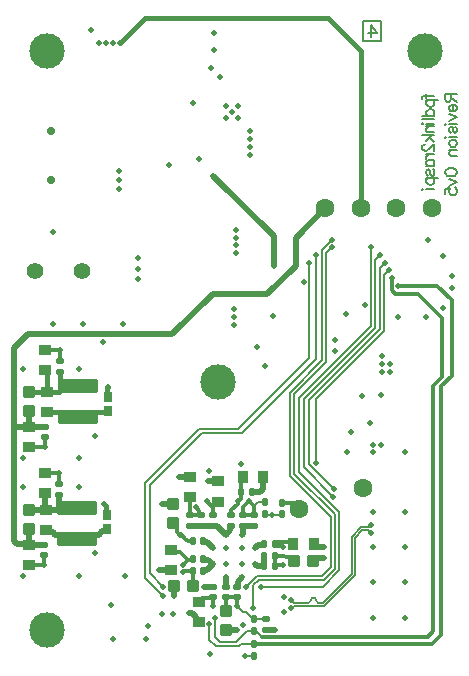
<source format=gbr>
%TF.GenerationSoftware,Altium Limited,Altium Designer,20.1.12 (249)*%
G04 Layer_Physical_Order=4*
G04 Layer_Color=16711680*
%FSLAX45Y45*%
%MOMM*%
%TF.SameCoordinates,4EE8302A-A9A8-49E0-93C5-14594FCB678D*%
%TF.FilePolarity,Positive*%
%TF.FileFunction,Copper,L4,Bot,Signal*%
%TF.Part,Single*%
G01*
G75*
%TA.AperFunction,Conductor*%
%ADD10C,0.13014*%
%TA.AperFunction,SMDPad,CuDef*%
G04:AMPARAMS|DCode=13|XSize=0.9mm|YSize=1mm|CornerRadius=0.09mm|HoleSize=0mm|Usage=FLASHONLY|Rotation=90.000|XOffset=0mm|YOffset=0mm|HoleType=Round|Shape=RoundedRectangle|*
%AMROUNDEDRECTD13*
21,1,0.90000,0.82000,0,0,90.0*
21,1,0.72000,1.00000,0,0,90.0*
1,1,0.18000,0.41000,0.36000*
1,1,0.18000,0.41000,-0.36000*
1,1,0.18000,-0.41000,-0.36000*
1,1,0.18000,-0.41000,0.36000*
%
%ADD13ROUNDEDRECTD13*%
G04:AMPARAMS|DCode=15|XSize=0.5mm|YSize=0.65mm|CornerRadius=0.05mm|HoleSize=0mm|Usage=FLASHONLY|Rotation=180.000|XOffset=0mm|YOffset=0mm|HoleType=Round|Shape=RoundedRectangle|*
%AMROUNDEDRECTD15*
21,1,0.50000,0.55000,0,0,180.0*
21,1,0.40000,0.65000,0,0,180.0*
1,1,0.10000,-0.20000,0.27500*
1,1,0.10000,0.20000,0.27500*
1,1,0.10000,0.20000,-0.27500*
1,1,0.10000,-0.20000,-0.27500*
%
%ADD15ROUNDEDRECTD15*%
G04:AMPARAMS|DCode=27|XSize=0.7mm|YSize=0.85mm|CornerRadius=0.07mm|HoleSize=0mm|Usage=FLASHONLY|Rotation=0.000|XOffset=0mm|YOffset=0mm|HoleType=Round|Shape=RoundedRectangle|*
%AMROUNDEDRECTD27*
21,1,0.70000,0.71000,0,0,0.0*
21,1,0.56000,0.85000,0,0,0.0*
1,1,0.14000,0.28000,-0.35500*
1,1,0.14000,-0.28000,-0.35500*
1,1,0.14000,-0.28000,0.35500*
1,1,0.14000,0.28000,0.35500*
%
%ADD27ROUNDEDRECTD27*%
G04:AMPARAMS|DCode=31|XSize=0.6mm|YSize=0.5mm|CornerRadius=0.05mm|HoleSize=0mm|Usage=FLASHONLY|Rotation=90.000|XOffset=0mm|YOffset=0mm|HoleType=Round|Shape=RoundedRectangle|*
%AMROUNDEDRECTD31*
21,1,0.60000,0.40000,0,0,90.0*
21,1,0.50000,0.50000,0,0,90.0*
1,1,0.10000,0.20000,0.25000*
1,1,0.10000,0.20000,-0.25000*
1,1,0.10000,-0.20000,-0.25000*
1,1,0.10000,-0.20000,0.25000*
%
%ADD31ROUNDEDRECTD31*%
G04:AMPARAMS|DCode=50|XSize=0.5mm|YSize=0.65mm|CornerRadius=0.05mm|HoleSize=0mm|Usage=FLASHONLY|Rotation=90.000|XOffset=0mm|YOffset=0mm|HoleType=Round|Shape=RoundedRectangle|*
%AMROUNDEDRECTD50*
21,1,0.50000,0.55000,0,0,90.0*
21,1,0.40000,0.65000,0,0,90.0*
1,1,0.10000,0.27500,0.20000*
1,1,0.10000,0.27500,-0.20000*
1,1,0.10000,-0.27500,-0.20000*
1,1,0.10000,-0.27500,0.20000*
%
%ADD50ROUNDEDRECTD50*%
G04:AMPARAMS|DCode=52|XSize=0.9mm|YSize=1mm|CornerRadius=0.09mm|HoleSize=0mm|Usage=FLASHONLY|Rotation=0.000|XOffset=0mm|YOffset=0mm|HoleType=Round|Shape=RoundedRectangle|*
%AMROUNDEDRECTD52*
21,1,0.90000,0.82000,0,0,0.0*
21,1,0.72000,1.00000,0,0,0.0*
1,1,0.18000,0.36000,-0.41000*
1,1,0.18000,-0.36000,-0.41000*
1,1,0.18000,-0.36000,0.41000*
1,1,0.18000,0.36000,0.41000*
%
%ADD52ROUNDEDRECTD52*%
%TA.AperFunction,Conductor*%
%ADD53C,0.40000*%
%ADD54C,0.35000*%
%TA.AperFunction,NonConductor*%
%ADD56C,0.20000*%
%TA.AperFunction,Conductor*%
%ADD57C,0.20000*%
%ADD58C,0.50000*%
%ADD59C,0.30000*%
%TA.AperFunction,ComponentPad*%
%ADD65C,1.40000*%
%ADD66C,0.70000*%
%ADD67C,1.60000*%
%TA.AperFunction,WasherPad*%
%ADD68C,3.00000*%
%TA.AperFunction,ViaPad*%
%ADD69C,0.50000*%
%TA.AperFunction,SMDPad,CuDef*%
G04:AMPARAMS|DCode=71|XSize=3.4mm|YSize=1.2mm|CornerRadius=0.12mm|HoleSize=0mm|Usage=FLASHONLY|Rotation=180.000|XOffset=0mm|YOffset=0mm|HoleType=Round|Shape=RoundedRectangle|*
%AMROUNDEDRECTD71*
21,1,3.40000,0.96000,0,0,180.0*
21,1,3.16000,1.20000,0,0,180.0*
1,1,0.24000,-1.58000,0.48000*
1,1,0.24000,1.58000,0.48000*
1,1,0.24000,1.58000,-0.48000*
1,1,0.24000,-1.58000,-0.48000*
%
%ADD71ROUNDEDRECTD71*%
G04:AMPARAMS|DCode=72|XSize=1mm|YSize=1mm|CornerRadius=0.1mm|HoleSize=0mm|Usage=FLASHONLY|Rotation=180.000|XOffset=0mm|YOffset=0mm|HoleType=Round|Shape=RoundedRectangle|*
%AMROUNDEDRECTD72*
21,1,1.00000,0.80000,0,0,180.0*
21,1,0.80000,1.00000,0,0,180.0*
1,1,0.20000,-0.40000,0.40000*
1,1,0.20000,0.40000,0.40000*
1,1,0.20000,0.40000,-0.40000*
1,1,0.20000,-0.40000,-0.40000*
%
%ADD72ROUNDEDRECTD72*%
G04:AMPARAMS|DCode=73|XSize=1mm|YSize=1mm|CornerRadius=0.1mm|HoleSize=0mm|Usage=FLASHONLY|Rotation=270.000|XOffset=0mm|YOffset=0mm|HoleType=Round|Shape=RoundedRectangle|*
%AMROUNDEDRECTD73*
21,1,1.00000,0.80000,0,0,270.0*
21,1,0.80000,1.00000,0,0,270.0*
1,1,0.20000,-0.40000,-0.40000*
1,1,0.20000,-0.40000,0.40000*
1,1,0.20000,0.40000,0.40000*
1,1,0.20000,0.40000,-0.40000*
%
%ADD73ROUNDEDRECTD73*%
%TA.AperFunction,NonConductor*%
%ADD74C,0.15000*%
D10*
X2630189Y599364D02*
G03*
X2651696Y577857I21507J0D01*
G01*
X2630189Y599366D02*
G03*
X2587175Y599366I-21507J0D01*
G01*
X2565668Y577857D02*
G03*
X2587175Y599364I0J21507D01*
G01*
X2448617Y577857D02*
X2559160D01*
X2690357D02*
X2768603Y656103D01*
X2651696Y577857D02*
X2690357D01*
X2630189Y599364D02*
Y599366D01*
X2587175Y599364D02*
Y599366D01*
X2559160Y577857D02*
X2565668D01*
X2768603Y656103D02*
X2932500Y820000D01*
X2448617Y552143D02*
X2701008D01*
X2422500Y532500D02*
X2428974D01*
X2422500Y597500D02*
X2428974D01*
X2428974Y532500D02*
X2448617Y552143D01*
X2428974Y597500D02*
X2448617Y577857D01*
X2932500Y1135000D02*
X3012857Y1215357D01*
X3075357D01*
X2932500Y820000D02*
Y1135000D01*
X3023508Y1189643D02*
X3074586D01*
X2958214Y809349D02*
Y1124349D01*
X3023508Y1189643D01*
X3075357Y1215357D02*
X3095000Y1235000D01*
X3094229Y1170000D02*
X3095000D01*
X3074586Y1189643D02*
X3094229Y1170000D01*
X2701008Y552143D02*
X2958214Y809349D01*
D13*
X357500Y2192500D02*
D03*
Y2362500D02*
D03*
X200000Y1897500D02*
D03*
Y2067500D02*
D03*
X337500Y2720000D02*
D03*
Y2550000D02*
D03*
X197500Y900000D02*
D03*
Y1070000D02*
D03*
X332500Y1675000D02*
D03*
Y1505000D02*
D03*
X347500Y1365000D02*
D03*
Y1195000D02*
D03*
X1562500Y1645000D02*
D03*
Y1475000D02*
D03*
X1400000Y857500D02*
D03*
Y1027500D02*
D03*
X1637500Y417500D02*
D03*
Y587500D02*
D03*
X1805000Y1435000D02*
D03*
Y1605000D02*
D03*
D15*
X2085000Y1515000D02*
D03*
X1995000D02*
D03*
X1677500Y847500D02*
D03*
X1587500D02*
D03*
X1677500Y1097500D02*
D03*
X1587500D02*
D03*
X1677500Y947500D02*
D03*
X1587500D02*
D03*
X2280000Y1075000D02*
D03*
X2190000D02*
D03*
X2280000Y887500D02*
D03*
X2190000D02*
D03*
X2280000Y977500D02*
D03*
X2190000D02*
D03*
D27*
X860000Y1321000D02*
D03*
Y1204000D02*
D03*
X870000Y2204000D02*
D03*
Y2321000D02*
D03*
D31*
X2342500Y1325000D02*
D03*
Y1425000D02*
D03*
X2197500Y1430000D02*
D03*
Y1330000D02*
D03*
X2102500Y440000D02*
D03*
Y340000D02*
D03*
X2102500Y130000D02*
D03*
Y230000D02*
D03*
D50*
X1562500Y1320000D02*
D03*
Y1230000D02*
D03*
X462500Y2625000D02*
D03*
Y2535000D02*
D03*
X332500Y1977500D02*
D03*
Y2067500D02*
D03*
X457500Y1582500D02*
D03*
Y1492500D02*
D03*
X330000Y980000D02*
D03*
Y1070000D02*
D03*
X2207500Y350000D02*
D03*
Y440000D02*
D03*
X1865000Y715000D02*
D03*
Y625000D02*
D03*
X2107500Y1230000D02*
D03*
Y1320000D02*
D03*
X1660000Y1230000D02*
D03*
Y1320000D02*
D03*
X1912500Y1230000D02*
D03*
Y1320000D02*
D03*
X1760000Y715000D02*
D03*
Y625000D02*
D03*
X1762500Y1320000D02*
D03*
Y1230000D02*
D03*
X1960000Y625000D02*
D03*
Y715000D02*
D03*
X2010000Y1320000D02*
D03*
Y1230000D02*
D03*
D52*
X2180000Y1640000D02*
D03*
X2010000D02*
D03*
X2440000Y1075000D02*
D03*
X2610000D02*
D03*
D53*
X859412Y2346561D02*
G03*
X870000Y2321000I10588J-10588D01*
G01*
X2732500Y5525000D02*
X3010000Y5247500D01*
Y3920000D02*
Y5247500D01*
X870000Y2321000D02*
X870000D01*
X859412Y2346561D02*
Y2394206D01*
X867500Y2402294D01*
Y2405000D01*
X357500Y2192500D02*
X858500D01*
X870000Y2204000D01*
X835000Y1409794D02*
X850000Y1394794D01*
Y1321000D02*
X850000Y1321000D01*
X850000Y1321000D02*
Y1394794D01*
X835000Y1409794D02*
Y1412500D01*
X975000Y5320000D02*
X1180000Y5525000D01*
X2732500D01*
X200000Y2362500D02*
X357500D01*
X457500D01*
X462500Y2367500D02*
Y2535000D01*
X457500Y2362500D02*
X462500Y2367500D01*
X357500Y2362500D02*
Y2530000D01*
X337500Y2550000D02*
X357500Y2530000D01*
D54*
X3271250Y3226250D02*
Y3327500D01*
X3327500Y3262500D02*
X3655000D01*
X3780000Y3137500D01*
X2342500Y1425000D02*
X2485000D01*
Y1370000D02*
Y1425000D01*
X3271250Y3226250D02*
X3302500Y3195000D01*
X3492500D01*
X3700000Y2987500D01*
X3690000Y307500D02*
Y2410325D01*
X3780000Y2500325D01*
X3700000Y2487500D02*
Y2987500D01*
X3625000Y2412500D02*
X3700000Y2487500D01*
X3780000Y2500325D02*
Y3137500D01*
X3612500Y230000D02*
X3690000Y307500D01*
X2170503Y290000D02*
X3575000D01*
X3625000Y340000D02*
Y2412500D01*
X3575000Y290000D02*
X3625000Y340000D01*
X2102500Y230000D02*
X3612500D01*
D56*
X3030000Y5507500D02*
X3177500D01*
X3030000Y5330000D02*
Y5507500D01*
Y5330000D02*
X3177500D01*
Y5507500D01*
X3095591Y5470479D02*
X3143200Y5403826D01*
X3071786D01*
X3095591Y5470479D02*
Y5370500D01*
D57*
X2527500Y1725000D02*
X2777500Y1475000D01*
X2527500Y2300000D02*
X3132500Y2905000D01*
X2527500Y1725000D02*
Y2300000D01*
X2570000Y1755211D02*
X2785136Y1540075D01*
X2570000Y1755211D02*
Y2292500D01*
X3172500Y2895000D01*
X2447500Y1667500D02*
X2790000Y1325000D01*
X2447500Y2342500D02*
X2717500Y2612500D01*
X2447500Y1667500D02*
Y2342500D01*
X2407500Y1650000D02*
Y2357500D01*
Y1650000D02*
X2755000Y1302500D01*
X2407500Y2357500D02*
X2680000Y2630000D01*
X2002500Y2015000D02*
X2627500Y2640000D01*
X1662500Y2015000D02*
X2002500D01*
X2627500Y2640000D02*
Y3522500D01*
X1222500Y1575000D02*
X1662500Y2015000D01*
X1180000Y790000D02*
Y1590000D01*
X1637500Y2047500D02*
X1972500D01*
X1180000Y1590000D02*
X1637500Y2047500D01*
X1180000Y790000D02*
X1335000Y635000D01*
X2827500Y856538D02*
Y1347500D01*
X2685962Y715000D02*
X2827500Y856538D01*
X2487500Y1687500D02*
X2827500Y1347500D01*
X2697500Y772500D02*
X2790000Y865000D01*
Y1325000D01*
X2682500Y805000D02*
X2755000Y877500D01*
Y1302500D01*
X2575000Y2650000D02*
Y3457500D01*
X1972500Y2047500D02*
X2575000Y2650000D01*
X2717500Y2612500D02*
Y3537500D01*
X3172500Y2895000D02*
Y3412500D01*
X3132500Y2905000D02*
Y3482500D01*
X2487500Y2315000D02*
X3095000Y2922500D01*
X2487500Y1687500D02*
Y2315000D01*
X3095000Y2922500D02*
Y3589681D01*
X3172500Y3412500D02*
X3217500Y3457500D01*
X3210000Y2880000D02*
Y3350331D01*
X3252169Y3392500D01*
X3132500Y3482500D02*
X3172500Y3522500D01*
X2631193Y2301193D02*
X3210000Y2880000D01*
X2680000Y2630000D02*
Y3567500D01*
X2631193Y1761193D02*
Y2301193D01*
X2262500Y1320000D02*
X2342500D01*
Y1325000D01*
X2765000Y3652500D02*
X2767500D01*
X2680000Y3567500D02*
X2765000Y3652500D01*
X2717500Y3537500D02*
X2767500Y3587500D01*
X2162500Y715000D02*
X2685962D01*
X2132500Y805000D02*
X2682500D01*
X2147500Y772500D02*
X2697500D01*
X2100000Y725000D02*
X2147500Y772500D01*
X2035000Y707500D02*
X2132500Y805000D01*
X2100000Y537500D02*
Y725000D01*
X2133002Y327500D02*
X2170503Y290000D01*
X1222500Y827500D02*
Y1575000D01*
Y827500D02*
X1335000Y715000D01*
X2207501Y1320000D02*
X2262500D01*
X2458284Y1370000D02*
X2485000D01*
X2136937Y1430000D02*
X2197500D01*
X2107500Y1400564D02*
X2136937Y1430000D01*
X2197500Y1330000D02*
X2207501Y1320000D01*
X2110000Y327500D02*
X2133002D01*
X2102500Y335000D02*
X2110000Y327500D01*
X2102500Y335000D02*
Y340000D01*
X1960000Y552500D02*
X2010001Y502500D01*
X2040000D01*
X2102500Y440000D02*
Y445000D01*
X2087500Y460000D02*
X2102500Y445000D01*
X2082500Y460000D02*
X2087500D01*
X2040000Y502500D02*
X2082500Y460000D01*
X2102500Y440000D02*
X2207500D01*
X2102500Y440000D02*
X2102500Y440000D01*
X2032500Y130000D02*
X2102500D01*
X2000000Y230000D02*
X2102500D01*
X1977500Y207500D02*
X2000000Y230000D01*
X2047500Y340000D02*
X2102500D01*
X1952500Y245000D02*
X2047500Y340000D01*
X1780000Y207500D02*
X1977500D01*
X1727584Y259916D02*
X1780000Y207500D01*
X1815000Y245000D02*
X1952500D01*
X1775085Y367238D02*
Y441942D01*
X1775084Y367238D02*
X1775085Y367238D01*
X1775084Y284916D02*
Y367238D01*
X1772441Y444586D02*
X1775085Y441942D01*
X1775084Y284916D02*
X1815000Y245000D01*
X1727584Y259916D02*
Y397519D01*
X2282500Y1067500D02*
Y1077500D01*
X2297500Y1092500D01*
X2422500D02*
X2440000Y1075000D01*
D58*
X645000Y1155000D02*
X790000D01*
X610000Y1120000D02*
X645000Y1155000D01*
X790000D02*
X821500Y1186500D01*
X850000Y1186500D02*
Y1204000D01*
X821500Y1186500D02*
X850000D01*
X850000Y1186500D01*
X367500Y1174999D02*
X405001D01*
X425000Y1155000D02*
X575000D01*
X347500Y1195000D02*
X367500Y1174999D01*
X405001D02*
X425000Y1155000D01*
X575000D02*
X610000Y1120000D01*
X2457500Y3667500D02*
X2710000Y3920000D01*
X2215000Y3190000D02*
X2457500Y3432500D01*
Y3667500D01*
X1755000Y3190000D02*
X2215000D01*
X74999Y2732499D02*
X192500Y2850000D01*
X1275000D01*
X74999Y2075000D02*
Y2732499D01*
X82499Y2067500D02*
X200000D01*
X1275000Y2850000D02*
X1345000D01*
X197500Y1070000D02*
Y1205000D01*
X195853Y1071647D02*
X197500Y1070000D01*
X103353Y1071647D02*
X195853D01*
X74999Y1100001D02*
X103353Y1071647D01*
X74999Y1100001D02*
Y2075000D01*
X82499Y2067500D01*
X1345000Y2850000D02*
X1415000D01*
X332500Y1505000D02*
X337583Y1499916D01*
Y1374916D02*
Y1499916D01*
Y1374916D02*
X347500Y1365000D01*
X442500D01*
X457500Y1380000D02*
Y1492500D01*
X442500Y1365000D02*
X457500Y1380000D01*
X197500Y1070000D02*
X330000D01*
X197500Y1070000D02*
X197500Y1070000D01*
X197500Y1365000D02*
X347500D01*
X200000Y2067500D02*
X332500D01*
X200000Y2067500D02*
X200000Y2067500D01*
X200000Y2067500D02*
Y2202500D01*
X2272500Y3424999D02*
Y3682500D01*
X1415000Y2850000D02*
X1755000Y3190000D01*
X2085000Y1515000D02*
X2152500D01*
X2628854Y958854D02*
X2696146D01*
X2630001Y1050000D02*
X2695000D01*
X2207500Y350000D02*
X2282500D01*
X1715000Y1605000D02*
X1805000D01*
X2085000Y1515000D02*
Y1515000D01*
X2180000Y1542500D02*
Y1640000D01*
X2152500Y1515000D02*
X2180000Y1542500D01*
X2141500Y1067500D02*
X2190000D01*
X1905000Y1191000D02*
Y1230000D01*
X2130432Y888568D02*
X2190000D01*
X1967500Y715000D02*
Y756500D01*
X1866500Y715000D02*
Y792500D01*
X1677500Y940000D02*
X1719000D01*
X1677500Y1090000D02*
X1706000D01*
X1677500Y855000D02*
X1706000D01*
X1632500Y417500D02*
X1637500D01*
X1612500Y437500D02*
X1632500Y417500D01*
X1612500Y437500D02*
Y458210D01*
X1583210Y487500D02*
X1612500Y458210D01*
X1552500Y487500D02*
X1583210D01*
X1427500Y632500D02*
Y722500D01*
X1865000Y345000D02*
X1960000D01*
X2610000Y1070000D02*
Y1075000D01*
Y1070000D02*
X2630001Y1050000D01*
X2605000Y935000D02*
X2628854Y958854D01*
X1305000Y857500D02*
X1400000D01*
X2190000Y888568D02*
Y977500D01*
Y887500D02*
Y888568D01*
X2115000Y904000D02*
X2130432Y888568D01*
X2190000Y1067500D02*
Y1075000D01*
X2115000Y1041000D02*
X2141500Y1067500D01*
X2010000Y1230000D02*
X2107500D01*
X2010000Y1159000D02*
Y1230000D01*
X2003500Y1152500D02*
X2010000Y1159000D01*
X1905000Y1230000D02*
X1912500D01*
X1866500Y1152500D02*
X1905000Y1191000D01*
X1762500Y1230000D02*
X1789000D01*
X1866500Y1152500D01*
X1660000Y1230000D02*
X1762500D01*
X1562500D02*
X1660000D01*
X1677500Y1090000D02*
Y1097500D01*
X1706000Y1090000D02*
X1755000Y1041000D01*
X1677500Y940000D02*
Y947500D01*
X1719000Y940000D02*
X1755000Y904000D01*
X1677500Y847500D02*
Y855000D01*
X1706000D02*
X1755000Y904000D01*
X1960000Y715000D02*
X1967500D01*
Y756500D02*
X2003500Y792500D01*
X1865000Y715000D02*
X1866500D01*
X1685000D02*
X1760000D01*
X1467500Y1645000D02*
X1562500D01*
X1327500Y1412500D02*
X1422500D01*
X1762500Y4192500D02*
X2272500Y3682500D01*
D59*
X1487465Y1157140D02*
X1524605Y1120000D01*
X457500Y1582500D02*
Y1675000D01*
X332500D02*
X457500D01*
X462500Y2625000D02*
Y2720000D01*
X462500Y2720000D02*
X462500Y2720000D01*
X337500Y2720000D02*
X462500D01*
X330000Y980000D02*
X330000Y980000D01*
X330000Y900000D02*
Y980000D01*
X197500Y900000D02*
X330000D01*
X332500Y1897500D02*
Y1977500D01*
X200000Y1897500D02*
X332500D01*
X2107500Y1320000D02*
Y1400564D01*
X1760000Y552500D02*
Y612500D01*
X1615000Y1384519D02*
X1615481D01*
X1642500Y1357500D01*
X1562500Y1320000D02*
X1657500D01*
X1652500D02*
X1657500D01*
X1642500Y1330000D02*
X1652500Y1320000D01*
X1642500Y1330000D02*
Y1357500D01*
X1510574Y834435D02*
X1523639Y847500D01*
X1502456Y834435D02*
X1510574D01*
X1502677Y899434D02*
X1544216Y940974D01*
X1523639Y847500D02*
X1587500D01*
X2280000Y977500D02*
X2357500D01*
X2373609Y961391D01*
X2418609D01*
X2440000Y940000D01*
X1422500Y1252500D02*
X1457500Y1217500D01*
Y1173237D02*
X1477825Y1152912D01*
Y1147500D02*
Y1152912D01*
X1457500Y1173237D02*
Y1217500D01*
X1400000Y1027500D02*
X1417839Y1009661D01*
X1475529D01*
X1544216Y940974D01*
X2066214Y1441850D02*
X2107500Y1400564D01*
X2010000Y1320000D02*
X2107500D01*
X2010000D02*
Y1385637D01*
X2066214Y1441850D01*
X1913284Y1363284D02*
X1967761Y1417760D01*
Y1437239D01*
X1912500Y1320000D02*
X1913284Y1320784D01*
Y1363284D01*
X1977500Y1435574D02*
X1995000Y1453074D01*
Y1615001D02*
X2010000Y1630000D01*
X1995000Y1453074D02*
Y1615001D01*
X1544216Y1100388D02*
X1584612D01*
X1587500Y1097500D01*
X1524605Y1120000D02*
X1544216Y1100388D01*
X1865000Y505000D02*
Y625000D01*
X1667500Y617500D02*
X1752500D01*
X1637500Y587500D02*
X1667500Y617500D01*
X1752500D02*
X1760000Y625000D01*
X1587500Y722500D02*
Y847500D01*
X1865000Y625000D02*
X1960000D01*
X1710000Y1435001D02*
X1756716Y1388284D01*
Y1325784D02*
Y1388284D01*
X1757500Y1387500D02*
X1770000Y1400000D01*
X1710000Y1435001D02*
Y1438084D01*
X1800000Y1435000D02*
X1805000D01*
X1770000Y1405000D02*
X1800000Y1435000D01*
X1770000Y1400000D02*
Y1405000D01*
X1562500Y1320000D02*
Y1475000D01*
X1657500Y1320000D02*
X1660000D01*
X2280000Y1067500D02*
Y1075000D01*
Y1067500D02*
X2290000Y1057500D01*
X2339588D01*
X2349588Y1047500D01*
X2355000D01*
X2297500Y1092500D02*
X2422500D01*
X2280000Y887500D02*
X2290000Y897500D01*
X2355000D01*
X2280000Y887500D02*
Y977500D01*
X1756716Y1325784D02*
X1762500Y1320000D01*
X1544216Y940974D02*
X1580974D01*
X1587500Y947500D01*
X1960000Y552500D02*
Y625000D01*
Y552500D02*
X1960000Y552500D01*
X1865000Y505000D02*
X1865000Y505001D01*
D65*
X652500Y3385000D02*
D03*
X252500D02*
D03*
D66*
X390008Y4160019D02*
D03*
Y4575004D02*
D03*
D67*
X3310000Y3920000D02*
D03*
X3010000D02*
D03*
X2710000D02*
D03*
X3610000D02*
D03*
X3032500Y1550000D02*
D03*
X2485000Y1370000D02*
D03*
D68*
X3550000Y5250000D02*
D03*
X350000D02*
D03*
X1800000Y2450000D02*
D03*
X350000Y350000D02*
D03*
D69*
X867500Y2405000D02*
D03*
X835000Y1412500D02*
D03*
X2357500Y502500D02*
D03*
Y625000D02*
D03*
X1722500Y1695000D02*
D03*
X2422500Y532500D02*
D03*
Y597500D02*
D03*
X3095000Y1235000D02*
D03*
Y1170000D02*
D03*
X1866500Y792500D02*
D03*
Y904000D02*
D03*
Y1041000D02*
D03*
Y1152500D02*
D03*
X2003500Y792500D02*
D03*
Y904000D02*
D03*
Y1041000D02*
D03*
Y1152500D02*
D03*
X1755000Y904000D02*
D03*
Y1041000D02*
D03*
X2115000Y904000D02*
D03*
Y1041000D02*
D03*
X1920000Y4732500D02*
D03*
X1970000Y4682500D02*
D03*
X1870000Y4682499D02*
D03*
X1870000Y4782499D02*
D03*
X1970000Y4782500D02*
D03*
X2075000Y4372500D02*
D03*
Y4440000D02*
D03*
Y4507500D02*
D03*
Y4575000D02*
D03*
X2777500Y1475000D02*
D03*
X1765001Y5397499D02*
D03*
X152500Y2555000D02*
D03*
X655000Y2935000D02*
D03*
X402500D02*
D03*
X827500Y2787500D02*
D03*
X1000000Y2935000D02*
D03*
X1275000Y2850000D02*
D03*
X627500Y2555000D02*
D03*
X457500Y1675000D02*
D03*
X462500Y2720000D02*
D03*
X330000Y900000D02*
D03*
X332500Y1897500D02*
D03*
X2272500Y3424999D02*
D03*
X2930000Y2021250D02*
D03*
X627500Y1807500D02*
D03*
X152500D02*
D03*
X762500Y1990000D02*
D03*
Y995000D02*
D03*
X627500Y807500D02*
D03*
X152500D02*
D03*
X627500Y1555000D02*
D03*
X152500Y1555000D02*
D03*
X1415000Y2850000D02*
D03*
X1345000D02*
D03*
X3252169Y3392500D02*
D03*
X3271250Y3327500D02*
D03*
X3327500Y3262500D02*
D03*
X3042500Y3100000D02*
D03*
X3217500Y3457500D02*
D03*
X3172500Y3522500D02*
D03*
X3095000Y3589681D02*
D03*
X2790000Y2710000D02*
D03*
X2631193Y1761193D02*
D03*
X2785136Y1540075D02*
D03*
X2152500Y1515000D02*
D03*
X2882500Y3020001D02*
D03*
X2527500Y3292500D02*
D03*
X2575000Y3457500D02*
D03*
X2767500Y3652500D02*
D03*
Y3587500D02*
D03*
X2627500Y3522500D02*
D03*
X3192500Y2665000D02*
D03*
X3257500Y2600000D02*
D03*
X3322500Y2995000D02*
D03*
X3562500D02*
D03*
X2162500Y715000D02*
D03*
X2100000Y537500D02*
D03*
X2035000Y707500D02*
D03*
X2790000Y2800000D02*
D03*
X1335000Y715000D02*
D03*
X2696146Y958854D02*
D03*
X2695000Y1050000D02*
D03*
X2262500Y1320000D02*
D03*
X3582500Y3652500D02*
D03*
X3785000Y3245000D02*
D03*
X3785000Y3345000D02*
D03*
X3710000Y3517500D02*
D03*
X3710000Y3075000D02*
D03*
X2892500Y1850000D02*
D03*
X3257500Y2535000D02*
D03*
X3192500Y2600000D02*
D03*
Y2535000D02*
D03*
X3385000Y450000D02*
D03*
Y750000D02*
D03*
X3115000Y450000D02*
D03*
X3385000Y1050000D02*
D03*
X3115000Y750000D02*
D03*
X2282500Y350000D02*
D03*
X2032500Y130000D02*
D03*
X1727584Y397519D02*
D03*
X1732500Y142500D02*
D03*
X1772441Y444586D02*
D03*
X1760000Y552500D02*
D03*
X1615000Y1384519D02*
D03*
X1997500Y1750000D02*
D03*
X1715000Y1605000D02*
D03*
X2267500Y3007500D02*
D03*
X2202500Y2585000D02*
D03*
X2127500Y2740000D02*
D03*
X1190000Y270000D02*
D03*
X1017500Y805000D02*
D03*
X897500Y562500D02*
D03*
X910000Y270000D02*
D03*
X1205000Y382500D02*
D03*
X1552500Y487500D02*
D03*
X1335000Y635000D02*
D03*
X1427500Y632500D02*
D03*
X3089999Y2097501D02*
D03*
X3180000Y1917500D02*
D03*
X3115000Y1850000D02*
D03*
Y1917500D02*
D03*
X3385000Y1850000D02*
D03*
X1502456Y834435D02*
D03*
X1502677Y899434D02*
D03*
X2010000Y390000D02*
D03*
X1960000Y345000D02*
D03*
X1327500Y480000D02*
D03*
X1477825Y1147500D02*
D03*
X1305000Y857500D02*
D03*
X1685000Y715000D02*
D03*
X1467500Y1645000D02*
D03*
X1327500Y1412500D02*
D03*
X2066214Y1441850D02*
D03*
X1967761Y1437239D02*
D03*
X3385000Y1350000D02*
D03*
X3115000D02*
D03*
Y1050000D02*
D03*
X1940000Y2997500D02*
D03*
Y2932500D02*
D03*
Y3062500D02*
D03*
X1955000Y3735000D02*
D03*
Y3670000D02*
D03*
Y3605000D02*
D03*
Y3540000D02*
D03*
X2355000Y1047500D02*
D03*
X2355000Y897500D02*
D03*
X1710000Y1438084D02*
D03*
X1960000Y552500D02*
D03*
X1814000Y5027499D02*
D03*
X1765001Y5257500D02*
D03*
X960000Y4157500D02*
D03*
Y4082500D02*
D03*
Y4232500D02*
D03*
X1127500Y3495000D02*
D03*
Y3320000D02*
D03*
X1127500Y3405000D02*
D03*
X402500Y3715000D02*
D03*
X1417500Y480000D02*
D03*
X795000Y5320000D02*
D03*
X725000Y5425000D02*
D03*
X975000Y5320000D02*
D03*
X915000D02*
D03*
X855000D02*
D03*
X3177500Y2335001D02*
D03*
X3022500Y2327501D02*
D03*
X1385000Y4287500D02*
D03*
X1640000Y4334999D02*
D03*
X1762500Y4192500D02*
D03*
X1740000Y5104999D02*
D03*
X1590000Y4810000D02*
D03*
D71*
X620000Y2412500D02*
D03*
Y2152500D02*
D03*
X610000Y1380000D02*
D03*
Y1120000D02*
D03*
D72*
X1422500Y1412500D02*
D03*
Y1252500D02*
D03*
X200000Y2362500D02*
D03*
Y2202500D02*
D03*
X197500Y1365000D02*
D03*
Y1205000D02*
D03*
X1865000Y345000D02*
D03*
Y505000D02*
D03*
D73*
X1587500Y722500D02*
D03*
X1427500D02*
D03*
X2605000Y935000D02*
D03*
X2445000D02*
D03*
D74*
X3531695Y4846913D02*
Y4856435D01*
X3536456Y4865957D01*
X3550739Y4870718D01*
X3631674D01*
X3565022Y4885000D02*
Y4851674D01*
Y4832631D02*
X3665000D01*
X3579304D02*
X3569783Y4823109D01*
X3565022Y4813587D01*
Y4799304D01*
X3569783Y4789783D01*
X3579304Y4780261D01*
X3593587Y4775500D01*
X3603109D01*
X3617391Y4780261D01*
X3626913Y4789783D01*
X3631674Y4799304D01*
Y4813587D01*
X3626913Y4823109D01*
X3617391Y4832631D01*
X3531695Y4696945D02*
X3631674D01*
X3579304D02*
X3569783Y4706467D01*
X3565022Y4715989D01*
Y4730272D01*
X3569783Y4739793D01*
X3579304Y4749315D01*
X3593587Y4754076D01*
X3603109D01*
X3617391Y4749315D01*
X3626913Y4739793D01*
X3631674Y4730272D01*
Y4715989D01*
X3626913Y4706467D01*
X3617391Y4696945D01*
X3531695Y4670285D02*
X3631674D01*
X3531695Y4639815D02*
X3536456Y4635054D01*
X3531695Y4630293D01*
X3526935Y4635054D01*
X3531695Y4639815D01*
X3565022Y4635054D02*
X3631674D01*
X3565022Y4612678D02*
X3631674D01*
X3584065D02*
X3569783Y4598395D01*
X3565022Y4588873D01*
Y4574591D01*
X3569783Y4565069D01*
X3584065Y4560308D01*
X3631674D01*
X3531695Y4534123D02*
X3631674D01*
X3565022Y4486514D02*
X3612630Y4534123D01*
X3593587Y4515080D02*
X3631674Y4481754D01*
X3555500Y4461282D02*
X3550739D01*
X3541217Y4456521D01*
X3536456Y4451760D01*
X3531695Y4442238D01*
Y4423195D01*
X3536456Y4413673D01*
X3541217Y4408912D01*
X3550739Y4404151D01*
X3560261D01*
X3569783Y4408912D01*
X3584065Y4418434D01*
X3631674Y4466043D01*
Y4399390D01*
X3565022Y4377014D02*
X3631674D01*
X3593587D02*
X3579304Y4372253D01*
X3569783Y4362731D01*
X3565022Y4353210D01*
Y4338927D01*
Y4272751D02*
X3631674D01*
X3579304D02*
X3569783Y4282272D01*
X3565022Y4291794D01*
Y4306077D01*
X3569783Y4315599D01*
X3579304Y4325120D01*
X3593587Y4329881D01*
X3603109D01*
X3617391Y4325120D01*
X3626913Y4315599D01*
X3631674Y4306077D01*
Y4291794D01*
X3626913Y4282272D01*
X3617391Y4272751D01*
X3579304Y4193720D02*
X3569783Y4198481D01*
X3565022Y4212763D01*
Y4227046D01*
X3569783Y4241329D01*
X3579304Y4246090D01*
X3588826Y4241329D01*
X3593587Y4231807D01*
X3598348Y4208003D01*
X3603109Y4198481D01*
X3612630Y4193720D01*
X3617391D01*
X3626913Y4198481D01*
X3631674Y4212763D01*
Y4227046D01*
X3626913Y4241329D01*
X3617391Y4246090D01*
X3565022Y4172772D02*
X3665000D01*
X3579304D02*
X3569783Y4163251D01*
X3565022Y4153729D01*
Y4139446D01*
X3569783Y4129924D01*
X3579304Y4120402D01*
X3593587Y4115642D01*
X3603109D01*
X3617391Y4120402D01*
X3626913Y4129924D01*
X3631674Y4139446D01*
Y4153729D01*
X3626913Y4163251D01*
X3617391Y4172772D01*
X3531695Y4084696D02*
X3536456Y4079935D01*
X3531695Y4075174D01*
X3526935Y4079935D01*
X3531695Y4084696D01*
X3565022Y4079935D02*
X3631674D01*
X3725021Y4885000D02*
X3825000D01*
X3725021D02*
Y4842152D01*
X3729782Y4827869D01*
X3734543Y4823109D01*
X3744065Y4818348D01*
X3753587D01*
X3763109Y4823109D01*
X3767869Y4827869D01*
X3772630Y4842152D01*
Y4885000D01*
Y4851674D02*
X3825000Y4818348D01*
X3786913Y4795972D02*
Y4738841D01*
X3777391D01*
X3767869Y4743602D01*
X3763109Y4748363D01*
X3758348Y4757885D01*
Y4772167D01*
X3763109Y4781689D01*
X3772630Y4791211D01*
X3786913Y4795972D01*
X3796435D01*
X3810717Y4791211D01*
X3820239Y4781689D01*
X3825000Y4772167D01*
Y4757885D01*
X3820239Y4748363D01*
X3810717Y4738841D01*
X3758348Y4717417D02*
X3825000Y4688852D01*
X3758348Y4660286D02*
X3825000Y4688852D01*
X3725021Y4634578D02*
X3729782Y4629817D01*
X3725021Y4625056D01*
X3720261Y4629817D01*
X3725021Y4634578D01*
X3758348Y4629817D02*
X3825000D01*
X3772630Y4555071D02*
X3763109Y4559832D01*
X3758348Y4574114D01*
Y4588397D01*
X3763109Y4602680D01*
X3772630Y4607441D01*
X3782152Y4602680D01*
X3786913Y4593158D01*
X3791674Y4569354D01*
X3796435Y4559832D01*
X3805956Y4555071D01*
X3810717D01*
X3820239Y4559832D01*
X3825000Y4574114D01*
Y4588397D01*
X3820239Y4602680D01*
X3810717Y4607441D01*
X3725021Y4524601D02*
X3729782Y4519840D01*
X3725021Y4515079D01*
X3720261Y4519840D01*
X3725021Y4524601D01*
X3758348Y4519840D02*
X3825000D01*
X3758348Y4473660D02*
X3763109Y4483182D01*
X3772630Y4492703D01*
X3786913Y4497464D01*
X3796435D01*
X3810717Y4492703D01*
X3820239Y4483182D01*
X3825000Y4473660D01*
Y4459377D01*
X3820239Y4449855D01*
X3810717Y4440334D01*
X3796435Y4435573D01*
X3786913D01*
X3772630Y4440334D01*
X3763109Y4449855D01*
X3758348Y4459377D01*
Y4473660D01*
Y4413673D02*
X3825000D01*
X3777391D02*
X3763109Y4399390D01*
X3758348Y4389868D01*
Y4375586D01*
X3763109Y4366064D01*
X3777391Y4361303D01*
X3825000D01*
X3725021Y4227998D02*
X3729782Y4242281D01*
X3744065Y4251803D01*
X3767869Y4256563D01*
X3782152D01*
X3805956Y4251803D01*
X3820239Y4242281D01*
X3825000Y4227998D01*
Y4218476D01*
X3820239Y4204194D01*
X3805956Y4194672D01*
X3782152Y4189911D01*
X3767869D01*
X3744065Y4194672D01*
X3729782Y4204194D01*
X3725021Y4218476D01*
Y4227998D01*
X3758348Y4167535D02*
X3825000Y4138970D01*
X3758348Y4110404D02*
X3825000Y4138970D01*
X3725021Y4037087D02*
Y4084696D01*
X3767869Y4089456D01*
X3763109Y4084696D01*
X3758348Y4070413D01*
Y4056130D01*
X3763109Y4041848D01*
X3772630Y4032326D01*
X3786913Y4027565D01*
X3796435D01*
X3810717Y4032326D01*
X3820239Y4041848D01*
X3825000Y4056130D01*
Y4070413D01*
X3820239Y4084696D01*
X3815478Y4089456D01*
X3805956Y4094217D01*
%TF.MD5,c963c33842132cb1b0dd2e5ab9d7f9c6*%
M02*

</source>
